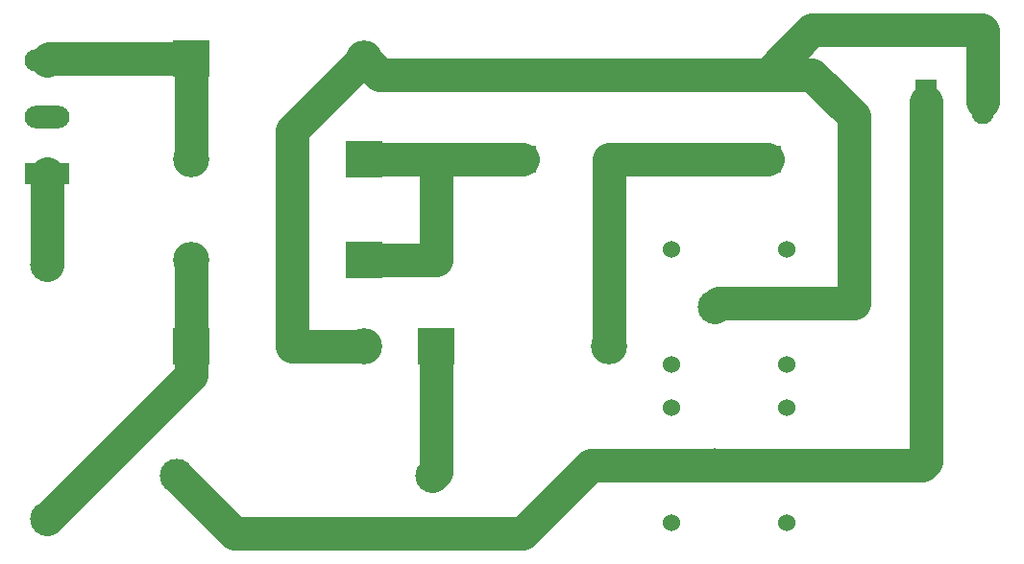
<source format=gbr>
%TF.GenerationSoftware,KiCad,Pcbnew,(5.1.7)-1*%
%TF.CreationDate,2020-10-14T23:46:54+02:00*%
%TF.ProjectId,rectifier,72656374-6966-4696-9572-2e6b69636164,rev?*%
%TF.SameCoordinates,Original*%
%TF.FileFunction,Copper,L2,Bot*%
%TF.FilePolarity,Positive*%
%FSLAX46Y46*%
G04 Gerber Fmt 4.6, Leading zero omitted, Abs format (unit mm)*
G04 Created by KiCad (PCBNEW (5.1.7)-1) date 2020-10-14 23:46:54*
%MOMM*%
%LPD*%
G01*
G04 APERTURE LIST*
%TA.AperFunction,WasherPad*%
%ADD10C,1.524000*%
%TD*%
%TA.AperFunction,ComponentPad*%
%ADD11C,3.000000*%
%TD*%
%TA.AperFunction,ComponentPad*%
%ADD12R,2.400000X2.400000*%
%TD*%
%TA.AperFunction,ComponentPad*%
%ADD13C,2.400000*%
%TD*%
%TA.AperFunction,ComponentPad*%
%ADD14O,3.200000X3.200000*%
%TD*%
%TA.AperFunction,ComponentPad*%
%ADD15R,3.200000X3.200000*%
%TD*%
%TA.AperFunction,ComponentPad*%
%ADD16R,3.960000X1.980000*%
%TD*%
%TA.AperFunction,ComponentPad*%
%ADD17O,3.960000X1.980000*%
%TD*%
%TA.AperFunction,ComponentPad*%
%ADD18R,1.980000X3.960000*%
%TD*%
%TA.AperFunction,ComponentPad*%
%ADD19O,1.980000X3.960000*%
%TD*%
%TA.AperFunction,ComponentPad*%
%ADD20O,2.400000X2.400000*%
%TD*%
%TA.AperFunction,Conductor*%
%ADD21C,3.000000*%
%TD*%
G04 APERTURE END LIST*
D10*
%TO.P,J4,*%
%TO.N,*%
X85520000Y-48610000D03*
X75360000Y-58770000D03*
X75360000Y-48610000D03*
X85520000Y-58770000D03*
D11*
%TO.P,J4,1*%
%TO.N,Net-(F2-Pad1)*%
X79160000Y-53690000D03*
%TD*%
D10*
%TO.P,J3,*%
%TO.N,*%
X85520000Y-34640000D03*
X75360000Y-44800000D03*
X75360000Y-34640000D03*
X85520000Y-44800000D03*
D11*
%TO.P,J3,1*%
%TO.N,Net-(C1-Pad2)*%
X79160000Y-39720000D03*
%TD*%
D12*
%TO.P,C1,1*%
%TO.N,Net-(C1-Pad1)*%
X62230000Y-26670000D03*
D13*
%TO.P,C1,2*%
%TO.N,Net-(C1-Pad2)*%
X62230000Y-19170000D03*
%TD*%
%TO.P,C2,2*%
%TO.N,Net-(C1-Pad2)*%
X83820000Y-19170000D03*
D12*
%TO.P,C2,1*%
%TO.N,Net-(C2-Pad1)*%
X83820000Y-26670000D03*
%TD*%
D14*
%TO.P,D1,2*%
%TO.N,Net-(D1-Pad2)*%
X33020000Y-35560000D03*
D15*
%TO.P,D1,1*%
%TO.N,Net-(C1-Pad1)*%
X48260000Y-35560000D03*
%TD*%
%TO.P,D2,1*%
%TO.N,Net-(D1-Pad2)*%
X33020000Y-43180000D03*
D14*
%TO.P,D2,2*%
%TO.N,Net-(C1-Pad2)*%
X48260000Y-43180000D03*
%TD*%
%TO.P,D3,2*%
%TO.N,Net-(D3-Pad2)*%
X33020000Y-26670000D03*
D15*
%TO.P,D3,1*%
%TO.N,Net-(C1-Pad1)*%
X48260000Y-26670000D03*
%TD*%
%TO.P,D4,1*%
%TO.N,Net-(D3-Pad2)*%
X33020000Y-17780000D03*
D14*
%TO.P,D4,2*%
%TO.N,Net-(C1-Pad2)*%
X48260000Y-17780000D03*
%TD*%
D15*
%TO.P,D5,1*%
%TO.N,Net-(D5-Pad1)*%
X54610000Y-43180000D03*
D14*
%TO.P,D5,2*%
%TO.N,Net-(C2-Pad1)*%
X69850000Y-43180000D03*
%TD*%
D11*
%TO.P,F1,1*%
%TO.N,Net-(D1-Pad2)*%
X20320000Y-58420000D03*
%TO.P,F1,2*%
%TO.N,Net-(F1-Pad2)*%
X20320000Y-35920000D03*
%TD*%
%TO.P,F2,2*%
%TO.N,Net-(D5-Pad1)*%
X54250000Y-54610000D03*
%TO.P,F2,1*%
%TO.N,Net-(F2-Pad1)*%
X31750000Y-54610000D03*
%TD*%
D16*
%TO.P,J1,1*%
%TO.N,Net-(F1-Pad2)*%
X20320000Y-27940000D03*
D17*
%TO.P,J1,2*%
%TO.N,Net-(J1-Pad2)*%
X20320000Y-22940000D03*
%TO.P,J1,3*%
%TO.N,Net-(D3-Pad2)*%
X20320000Y-17940000D03*
%TD*%
D18*
%TO.P,J2,1*%
%TO.N,Net-(F2-Pad1)*%
X97790000Y-21590000D03*
D19*
%TO.P,J2,2*%
%TO.N,Net-(C1-Pad2)*%
X102790000Y-21590000D03*
%TD*%
D13*
%TO.P,R1,1*%
%TO.N,Net-(C2-Pad1)*%
X69850000Y-35560000D03*
D20*
%TO.P,R1,2*%
%TO.N,Net-(C1-Pad1)*%
X54610000Y-35560000D03*
%TD*%
D21*
%TO.N,Net-(C1-Pad1)*%
X62230000Y-26670000D02*
X54610000Y-26670000D01*
X54610000Y-26670000D02*
X54610000Y-35560000D01*
X54610000Y-26670000D02*
X48260000Y-26670000D01*
X54610000Y-35560000D02*
X48260000Y-35560000D01*
%TO.N,Net-(C1-Pad2)*%
X102790000Y-21590000D02*
X102790000Y-15320000D01*
X102790000Y-15320000D02*
X102710000Y-15240000D01*
X87750000Y-15240000D02*
X83820000Y-19170000D01*
X102710000Y-15240000D02*
X87750000Y-15240000D01*
X83820000Y-19170000D02*
X62230000Y-19170000D01*
X91440000Y-22860000D02*
X91440000Y-39370000D01*
X91440000Y-39370000D02*
X79510000Y-39370000D01*
X87750000Y-19170000D02*
X91440000Y-22860000D01*
X79510000Y-39370000D02*
X79160000Y-39720000D01*
X83820000Y-19170000D02*
X87750000Y-19170000D01*
X49650000Y-19170000D02*
X48260000Y-17780000D01*
X62230000Y-19170000D02*
X49650000Y-19170000D01*
X48260000Y-43180000D02*
X41910000Y-43180000D01*
X41910000Y-24130000D02*
X48260000Y-17780000D01*
X41910000Y-43180000D02*
X41910000Y-24130000D01*
%TO.N,Net-(C2-Pad1)*%
X83820000Y-26670000D02*
X69850000Y-26670000D01*
X69850000Y-26670000D02*
X69850000Y-35560000D01*
X69850000Y-35560000D02*
X69850000Y-43180000D01*
%TO.N,Net-(D1-Pad2)*%
X33020000Y-35560000D02*
X33020000Y-43180000D01*
X33020000Y-45720000D02*
X20320000Y-58420000D01*
X33020000Y-43180000D02*
X33020000Y-45720000D01*
%TO.N,Net-(D3-Pad2)*%
X33020000Y-17780000D02*
X33020000Y-26670000D01*
X20480000Y-17780000D02*
X20320000Y-17940000D01*
X33020000Y-17780000D02*
X20480000Y-17780000D01*
%TO.N,Net-(D5-Pad1)*%
X54610000Y-54250000D02*
X54250000Y-54610000D01*
X54610000Y-43180000D02*
X54610000Y-54250000D01*
%TO.N,Net-(F1-Pad2)*%
X20320000Y-27940000D02*
X20320000Y-35920000D01*
%TO.N,Net-(F2-Pad1)*%
X79160000Y-53690000D02*
X97440000Y-53690000D01*
X97790000Y-53340000D02*
X97790000Y-21590000D01*
X97440000Y-53690000D02*
X97790000Y-53340000D01*
X79160000Y-53690000D02*
X68230000Y-53690000D01*
X36830000Y-59690000D02*
X31750000Y-54610000D01*
X62230000Y-59690000D02*
X36830000Y-59690000D01*
X68230000Y-53690000D02*
X62230000Y-59690000D01*
%TD*%
M02*

</source>
